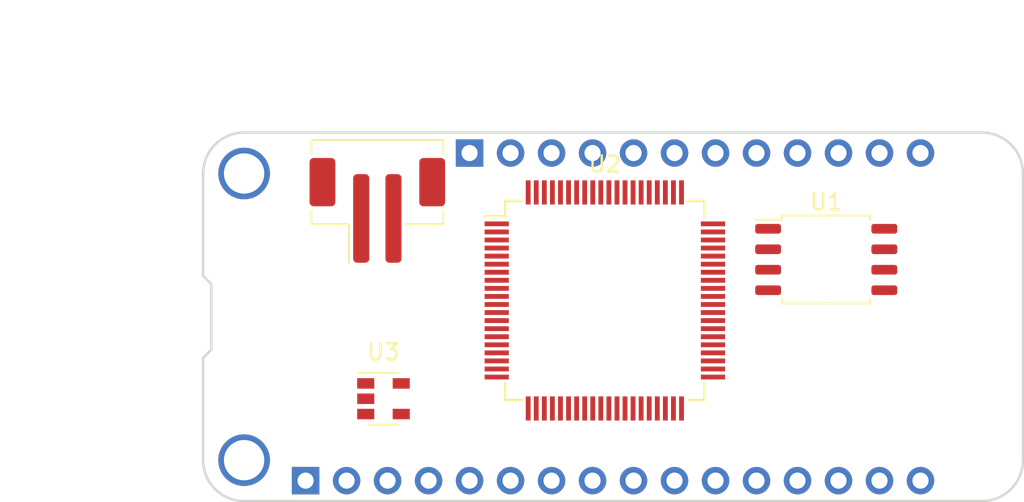
<source format=kicad_pcb>
(kicad_pcb (version 20221018) (generator pcbnew)
  (layers (0 "F.Cu" signal) (31 "B.Cu" signal) (34 "B.Paste" user) (35 "F.Paste" user) (36 "B.SilkS" user "B.Silkscreen") (37 "F.SilkS" user "F.Silkscreen") (38 "B.Mask" user) (39 "F.Mask" user) (44 "Edge.Cuts" user))
  (net 0 "")
  (net 1 "+BATT")
  (net 2 "GND")
  (net 3 "VBUS")
  (net 4 "/MISC")
  (net 5 "/TX")
  (net 6 "/RX")
  (net 7 "/MISO")
  (net 8 "/MOSI")
  (net 9 "/SCK")
  (net 10 "/A5")
  (net 11 "/A4")
  (net 12 "/A3")
  (net 13 "/A2")
  (net 14 "/A1")
  (net 15 "/A0")
  (net 16 "/Aref")
  (net 17 "+3V3")
  (net 18 "/~{RST}")
  (net 19 "/SDA")
  (net 20 "/SCL")
  (net 21 "/GPIO05")
  (net 22 "/GPIO06")
  (net 23 "/GPIO09")
  (net 24 "/GPIO10")
  (net 25 "/GPIO11")
  (net 26 "/GPIO12")
  (net 27 "/GPIO13")
  (net 28 "/EN")
  (net 29 "/FlexSPI_D3_A")
  (net 30 "/FlexSPI_CLK_A")
  (net 31 "/FlexSPI_D0_A")
  (net 32 "/FlexSPI_D2_A")
  (net 33 "/FlexSPI_D1_A")
  (net 34 "/FlexSPI_SS0")
  (net 35 "/DCDC_OUT")
  (net 36 "Net-(U2-Pad76)")
  (net 37 "Net-(U2-Pad75)")
  (net 38 "Net-(U2-Pad74)")
  (net 39 "Net-(U2-Pad73)")
  (net 40 "Net-(U2-Pad72)")
  (net 41 "Net-(U2-Pad70)")
  (net 42 "Net-(U2-Pad62)")
  (net 43 "Net-(U2-Pad61)")
  (net 44 "Net-(U2-Pad60)")
  (net 45 "/CS")
  (net 46 "Net-(U2-Pad46)")
  (net 47 "/SWCLK")
  (net 48 "/SWDIO")
  (net 49 "Net-(U2-Pad43)")
  (net 50 "Net-(C15-Pad1)")
  (net 51 "Net-(C5-Pad2)")
  (net 52 "/XLO")
  (net 53 "/XLI")
  (net 54 "Net-(U2-Pad36)")
  (net 55 "Net-(C13-Pad1)")
  (net 56 "/D+")
  (net 57 "/D-")
  (net 58 "Net-(C11-Pad1)")
  (net 59 "Net-(U2-Pad29)")
  (net 60 "/RTCO")
  (net 61 "/RTCI")
  (net 62 "Net-(C1-Pad1)")
  (net 63 "Net-(C20-Pad2)")
  (net 64 "Net-(U2-Pad24)")
  (net 65 "Net-(U2-Pad22)")
  (net 66 "/ONOFF")
  (net 67 "Net-(C23-Pad1)")
  (net 68 "Net-(U2-Pad13)")
  (net 69 "/GPIO5")
  (net 70 "/GPIO6")
  (net 71 "Net-(U2-Pad5)")
  (net 72 "Net-(U2-Pad4)")
  (net 73 "/GPIO9")
  (net 74 "Net-(U3-Pad5)")
  (net 75 "Net-(U3-Pad4)")
  (net 76 "Net-(U3-Pad3)")
  (net 77 "Net-(U3-Pad2)")
  (net 78 "Net-(U3-Pad1)")
  (footprint "MountingHole:MountingHole_2.5mm_Pad" (layer "F.Cu") (at 129.54 101.6)
    (fp_text reference "REF**" hide)
    (fp_text value "MountingHole_2.5mm_Pad" hide)
    (pad "" thru_hole circle locked (at 0 0) (size 3.2 3.2) (drill 2.5) (layers "*.Cu" "*.Mask"))
  )
  (footprint "MountingHole:MountingHole_2.5mm_Pad" (layer "F.Cu") (at 129.54 83.82)
    (fp_text reference "REF**" hide)
    (fp_text value "MountingHole_2.5mm_Pad" hide)
    (pad "" thru_hole circle locked (at 0 0) (size 3.2 3.2) (drill 2.5) (layers "*.Cu" "*.Mask"))
  )
  (footprint "MountingHole:MountingHole_2.2mm_M2" (layer "F.Cu") (at 175.26 83.185)
    (fp_text reference "REF**" hide)
    (fp_text value "MountingHole_2.2mm_M2" hide)
    (pad "" np_thru_hole circle locked (at 0 0) (size 2.2 2.2) (drill 2.2) (layers "*.Cu" "*.Mask"))
  )
  (footprint "MountingHole:MountingHole_2.2mm_M2" (layer "F.Cu") (at 175.26 102.235)
    (fp_text reference "REF**" hide)
    (fp_text value "MountingHole_2.2mm_M2" hide)
    (pad "" np_thru_hole circle locked (at 0 0) (size 2.2 2.2) (drill 2.2) (layers "*.Cu" "*.Mask"))
  )
  (footprint "Connector_PinSocket_2.54mm:PinSocket_1x16_P2.54mm_Vertical" (layer "F.Cu") (at 133.35 102.87 90)
    (fp_text reference "J3" hide)
    (fp_text value "Conn_Left" hide)
    (pad "1" thru_hole rect (at 0 0 90) (size 1.7 1.7) (drill 1) (layers "*.Cu" "*.Mask") (net 18 "/~{RST}"))
    (pad "2" thru_hole oval (at 0 2.54 90) (size 1.7 1.7) (drill 1) (layers "*.Cu" "*.Mask") (net 17 "+3V3"))
    (pad "3" thru_hole oval (at 0 5.08 90) (size 1.7 1.7) (drill 1) (layers "*.Cu" "*.Mask") (net 16 "/Aref"))
    (pad "4" thru_hole oval (at 0 7.62 90) (size 1.7 1.7) (drill 1) (layers "*.Cu" "*.Mask") (net 2 "GND"))
    (pad "5" thru_hole oval (at 0 10.16 90) (size 1.7 1.7) (drill 1) (layers "*.Cu" "*.Mask") (net 15 "/A0"))
    (pad "6" thru_hole oval (at 0 12.7 90) (size 1.7 1.7) (drill 1) (layers "*.Cu" "*.Mask") (net 14 "/A1"))
    (pad "7" thru_hole oval (at 0 15.24 90) (size 1.7 1.7) (drill 1) (layers "*.Cu" "*.Mask") (net 13 "/A2"))
    (pad "8" thru_hole oval (at 0 17.78 90) (size 1.7 1.7) (drill 1) (layers "*.Cu" "*.Mask") (net 12 "/A3"))
    (pad "9" thru_hole oval (at 0 20.32 90) (size 1.7 1.7) (drill 1) (layers "*.Cu" "*.Mask") (net 11 "/A4"))
    (pad "10" thru_hole oval (at 0 22.86 90) (size 1.7 1.7) (drill 1) (layers "*.Cu" "*.Mask") (net 10 "/A5"))
    (pad "11" thru_hole oval (at 0 25.4 90) (size 1.7 1.7) (drill 1) (layers "*.Cu" "*.Mask") (net 9 "/SCK"))
    (pad "12" thru_hole oval (at 0 27.94 90) (size 1.7 1.7) (drill 1) (layers "*.Cu" "*.Mask") (net 8 "/MOSI"))
    (pad "13" thru_hole oval (at 0 30.48 90) (size 1.7 1.7) (drill 1) (layers "*.Cu" "*.Mask") (net 7 "/MISO"))
    (pad "14" thru_hole oval (at 0 33.02 90) (size 1.7 1.7) (drill 1) (layers "*.Cu" "*.Mask") (net 6 "/RX"))
    (pad "15" thru_hole oval (at 0 35.56 90) (size 1.7 1.7) (drill 1) (layers "*.Cu" "*.Mask") (net 5 "/TX"))
    (pad "16" thru_hole oval (at 0 38.1 90) (size 1.7 1.7) (drill 1) (layers "*.Cu" "*.Mask") (net 4 "/MISC"))
  )
  (footprint "Connector_PinSocket_2.54mm:PinSocket_1x12_P2.54mm_Vertical" (layer "F.Cu") (at 143.51 82.55 90)
    (fp_text reference "J4" hide)
    (fp_text value "Conn_Right" hide)
    (pad "1" thru_hole rect (at 0 0 90) (size 1.7 1.7) (drill 1) (layers "*.Cu" "*.Mask") (net 1 "+BATT"))
    (pad "2" thru_hole oval (at 0 2.54 90) (size 1.7 1.7) (drill 1) (layers "*.Cu" "*.Mask") (net 28 "/EN"))
    (pad "3" thru_hole oval (at 0 5.08 90) (size 1.7 1.7) (drill 1) (layers "*.Cu" "*.Mask") (net 3 "VBUS"))
    (pad "4" thru_hole oval (at 0 7.62 90) (size 1.7 1.7) (drill 1) (layers "*.Cu" "*.Mask") (net 27 "/GPIO13"))
    (pad "5" thru_hole oval (at 0 10.16 90) (size 1.7 1.7) (drill 1) (layers "*.Cu" "*.Mask") (net 26 "/GPIO12"))
    (pad "6" thru_hole oval (at 0 12.7 90) (size 1.7 1.7) (drill 1) (layers "*.Cu" "*.Mask") (net 25 "/GPIO11"))
    (pad "7" thru_hole oval (at 0 15.24 90) (size 1.7 1.7) (drill 1) (layers "*.Cu" "*.Mask") (net 24 "/GPIO10"))
    (pad "8" thru_hole oval (at 0 17.78 90) (size 1.7 1.7) (drill 1) (layers "*.Cu" "*.Mask") (net 23 "/GPIO09"))
    (pad "9" thru_hole oval (at 0 20.32 90) (size 1.7 1.7) (drill 1) (layers "*.Cu" "*.Mask") (net 22 "/GPIO06"))
    (pad "10" thru_hole oval (at 0 22.86 90) (size 1.7 1.7) (drill 1) (layers "*.Cu" "*.Mask") (net 21 "/GPIO05"))
    (pad "11" thru_hole oval (at 0 25.4 90) (size 1.7 1.7) (drill 1) (layers "*.Cu" "*.Mask") (net 20 "/SCL"))
    (pad "12" thru_hole oval (at 0 27.94 90) (size 1.7 1.7) (drill 1) (layers "*.Cu" "*.Mask") (net 19 "/SDA"))
  )
  (footprint "Connector_JST:JST_PH_B2B-PH-SM4-TB_1x02-1MP_P2.00mm_Vertical" (layer "F.Cu") (at 137.795 86.106)
    (fp_text reference "J1" hide)
    (fp_text value "Conn_Battery" hide)
    (fp_line (start -4.085 -4.36) (end 4.085 -4.36) (stroke (width 0.12)) (layer "F.SilkS"))
    (fp_line (start -4.085 -3.51) (end -4.085 -4.36) (stroke (width 0.12)) (layer "F.SilkS"))
    (fp_line (start -4.085 0.01) (end -4.085 0.86) (stroke (width 0.12)) (layer "F.SilkS"))
    (fp_line (start -4.085 0.86) (end -1.76 0.86) (stroke (width 0.12)) (layer "F.SilkS"))
    (fp_line (start -1.76 0.86) (end -1.76 3.25) (stroke (width 0.12)) (layer "F.SilkS"))
    (fp_line (start 4.085 -4.36) (end 4.085 -3.51) (stroke (width 0.12)) (layer "F.SilkS"))
    (fp_line (start 4.085 0.01) (end 4.085 0.86) (stroke (width 0.12)) (layer "F.SilkS"))
    (fp_line (start 4.085 0.86) (end 1.76 0.86) (stroke (width 0.12)) (layer "F.SilkS"))
    (pad "1" smd roundrect (at -1 0.5) (size 1 5.5) (layers "F.Cu" "F.Paste" "F.Mask") (net 2 "GND"))
    (pad "2" smd roundrect (at 1 0.5) (size 1 5.5) (layers "F.Cu" "F.Paste" "F.Mask") (net 1 "+BATT"))
    (pad "MP" smd roundrect (at -3.4 -1.75) (size 1.6 3) (layers "F.Cu" "F.Paste" "F.Mask") (roundrect_rratio 0.15625))
    (pad "MP" smd roundrect (at 3.4 -1.75) (size 1.6 3) (layers "F.Cu" "F.Paste" "F.Mask") (roundrect_rratio 0.15625))
  )
  (footprint "Package_SO:SOIC-8_5.23x5.23mm_P1.27mm" (layer "F.Cu") (at 165.608 89.154)
    (fp_text reference "U1" (at 0 -3.56) (layer "F.SilkS"))
    (fp_text value "W25Q128JVS")
    (fp_line (start -2.725 -2.725) (end -2.725 -2.465) (stroke (width 0.12)) (layer "F.SilkS"))
    (fp_line (start -2.725 -2.465) (end -4.4 -2.465) (stroke (width 0.12)) (layer "F.SilkS"))
    (fp_line (start -2.725 2.725) (end -2.725 2.465) (stroke (width 0.12)) (layer "F.SilkS"))
    (fp_line (start 0 -2.725) (end -2.725 -2.725) (stroke (width 0.12)) (layer "F.SilkS"))
    (fp_line (start 0 -2.725) (end 2.725 -2.725) (stroke (width 0.12)) (layer "F.SilkS"))
    (fp_line (start 0 2.725) (end -2.725 2.725) (stroke (width 0.12)) (layer "F.SilkS"))
    (fp_line (start 0 2.725) (end 2.725 2.725) (stroke (width 0.12)) (layer "F.SilkS"))
    (fp_line (start 2.725 -2.725) (end 2.725 -2.465) (stroke (width 0.12)) (layer "F.SilkS"))
    (fp_line (start 2.725 2.725) (end 2.725 2.465) (stroke (width 0.12)) (layer "F.SilkS"))
    (pad "1" smd roundrect (at -3.6 -1.905) (size 1.6 0.6) (layers "F.Cu" "F.Paste" "F.Mask") (net 34 "/FlexSPI_SS0"))
    (pad "2" smd roundrect (at -3.6 -0.635) (size 1.6 0.6) (layers "F.Cu" "F.Paste" "F.Mask") (net 33 "/FlexSPI_D1_A"))
    (pad "3" smd roundrect (at -3.6 0.635) (size 1.6 0.6) (layers "F.Cu" "F.Paste" "F.Mask") (net 32 "/FlexSPI_D2_A"))
    (pad "4" smd roundrect (at -3.6 1.905) (size 1.6 0.6) (layers "F.Cu" "F.Paste" "F.Mask") (net 2 "GND"))
    (pad "5" smd roundrect (at 3.6 1.905) (size 1.6 0.6) (layers "F.Cu" "F.Paste" "F.Mask") (net 31 "/FlexSPI_D0_A"))
    (pad "6" smd roundrect (at 3.6 0.635) (size 1.6 0.6) (layers "F.Cu" "F.Paste" "F.Mask") (net 30 "/FlexSPI_CLK_A"))
    (pad "7" smd roundrect (at 3.6 -0.635) (size 1.6 0.6) (layers "F.Cu" "F.Paste" "F.Mask") (net 29 "/FlexSPI_D3_A"))
    (pad "8" smd roundrect (at 3.6 -1.905) (size 1.6 0.6) (layers "F.Cu" "F.Paste" "F.Mask") (net 17 "+3V3"))
  )
  (footprint "Package_QFP:TQFP-80_12x12mm_P0.5mm" (layer "F.Cu") (at 151.892 91.694)
    (fp_text reference "U2" (at 0 -8.45) (layer "F.SilkS"))
    (fp_text value "MIMXRT1011DAE5A")
    (fp_line (start -6.175 -6.175) (end -6.175 -5.225) (stroke (width 0.15)) (layer "F.SilkS"))
    (fp_line (start -6.175 -6.175) (end -5.125 -6.175) (stroke (width 0.15)) (layer "F.SilkS"))
    (fp_line (start -6.175 -5.225) (end -7.45 -5.225) (stroke (width 0.15)) (layer "F.SilkS"))
    (fp_line (start -6.175 6.175) (end -6.175 5.125) (stroke (width 0.15)) (layer "F.SilkS"))
    (fp_line (start -6.175 6.175) (end -5.125 6.175) (stroke (width 0.15)) (layer "F.SilkS"))
    (fp_line (start 6.175 -6.175) (end 5.125 -6.175) (stroke (width 0.15)) (layer "F.SilkS"))
    (fp_line (start 6.175 -6.175) (end 6.175 -5.125) (stroke (width 0.15)) (layer "F.SilkS"))
    (fp_line (start 6.175 6.175) (end 5.125 6.175) (stroke (width 0.15)) (layer "F.SilkS"))
    (fp_line (start 6.175 6.175) (end 6.175 5.125) (stroke (width 0.15)) (layer "F.SilkS"))
    (pad "1" smd rect (at -6.7 -4.75) (size 1.5 0.3) (layers "F.Cu" "F.Paste" "F.Mask") (net 25 "/GPIO11"))
    (pad "2" smd rect (at -6.7 -4.25) (size 1.5 0.3) (layers "F.Cu" "F.Paste" "F.Mask") (net 24 "/GPIO10"))
    (pad "3" smd rect (at -6.7 -3.75) (size 1.5 0.3) (layers "F.Cu" "F.Paste" "F.Mask") (net 73 "/GPIO9"))
    (pad "4" smd rect (at -6.7 -3.25) (size 1.5 0.3) (layers "F.Cu" "F.Paste" "F.Mask") (net 72 "Net-(U2-Pad4)"))
    (pad "5" smd rect (at -6.7 -2.75) (size 1.5 0.3) (layers "F.Cu" "F.Paste" "F.Mask") (net 71 "Net-(U2-Pad5)"))
    (pad "6" smd rect (at -6.7 -2.25) (size 1.5 0.3) (layers "F.Cu" "F.Paste" "F.Mask") (net 70 "/GPIO6"))
    (pad "7" smd rect (at -6.7 -1.75) (size 1.5 0.3) (layers "F.Cu" "F.Paste" "F.Mask") (net 17 "+3V3"))
    (pad "8" smd rect (at -6.7 -1.25) (size 1.5 0.3) (layers "F.Cu" "F.Paste" "F.Mask") (net 69 "/GPIO5"))
    (pad "9" smd rect (at -6.7 -0.75) (size 1.5 0.3) (layers "F.Cu" "F.Paste" "F.Mask") (net 5 "/TX"))
    (pad "10" smd rect (at -6.7 -0.25) (size 1.5 0.3) (layers "F.Cu" "F.Paste" "F.Mask") (net 6 "/RX"))
    (pad "11" smd rect (at -6.7 0.25) (size 1.5 0.3) (layers "F.Cu" "F.Paste" "F.Mask") (net 20 "/SCL"))
    (pad "12" smd rect (at -6.7 0.75) (size 1.5 0.3) (layers "F.Cu" "F.Paste" "F.Mask") (net 19 "/SDA"))
    (pad "13" smd rect (at -6.7 1.25) (size 1.5 0.3) (layers "F.Cu" "F.Paste" "F.Mask") (net 68 "Net-(U2-Pad13)"))
    (pad "14" smd rect (at -6.7 1.75) (size 1.5 0.3) (layers "F.Cu" "F.Paste" "F.Mask") (net 35 "/DCDC_OUT"))
    (pad "15" smd rect (at -6.7 2.25) (size 1.5 0.3) (layers "F.Cu" "F.Paste" "F.Mask") (net 67 "Net-(C23-Pad1)"))
    (pad "16" smd rect (at -6.7 2.75) (size 1.5 0.3) (layers "F.Cu" "F.Paste" "F.Mask") (net 2 "GND"))
    (pad "17" smd rect (at -6.7 3.25) (size 1.5 0.3) (layers "F.Cu" "F.Paste" "F.Mask") (net 17 "+3V3"))
    (pad "18" smd rect (at -6.7 3.75) (size 1.5 0.3) (layers "F.Cu" "F.Paste" "F.Mask") (net 17 "+3V3"))
    (pad "19" smd rect (at -6.7 4.25) (size 1.5 0.3) (layers "F.Cu" "F.Paste" "F.Mask") (net 67 "Net-(C23-Pad1)"))
    (pad "20" smd rect (at -6.7 4.75) (size 1.5 0.3) (layers "F.Cu" "F.Paste" "F.Mask") (net 2 "GND"))
    (pad "21" smd rect (at -4.75 6.7 90) (size 1.5 0.3) (layers "F.Cu" "F.Paste" "F.Mask") (net 66 "/ONOFF"))
    (pad "22" smd rect (at -4.25 6.7 90) (size 1.5 0.3) (layers "F.Cu" "F.Paste" "F.Mask") (net 65 "Net-(U2-Pad22)"))
    (pad "23" smd rect (at -3.75 6.7 90) (size 1.5 0.3) (layers "F.Cu" "F.Paste" "F.Mask") (net 2 "GND"))
    (pad "24" smd rect (at -3.25 6.7 90) (size 1.5 0.3) (layers "F.Cu" "F.Paste" "F.Mask") (net 64 "Net-(U2-Pad24)"))
    (pad "25" smd rect (at -2.75 6.7 90) (size 1.5 0.3) (layers "F.Cu" "F.Paste" "F.Mask") (net 63 "Net-(C20-Pad2)"))
    (pad "26" smd rect (at -2.25 6.7 90) (size 1.5 0.3) (layers "F.Cu" "F.Paste" "F.Mask") (net 62 "Net-(C1-Pad1)"))
    (pad "27" smd rect (at -1.75 6.7 90) (size 1.5 0.3) (layers "F.Cu" "F.Paste" "F.Mask") (net 61 "/RTCI"))
    (pad "28" smd rect (at -1.25 6.7 90) (size 1.5 0.3) (layers "F.Cu" "F.Paste" "F.Mask") (net 60 "/RTCO"))
    (pad "29" smd rect (at -0.75 6.7 90) (size 1.5 0.3) (layers "F.Cu" "F.Paste" "F.Mask") (net 59 "Net-(U2-Pad29)"))
    (pad "30" smd rect (at -0.25 6.7 90) (size 1.5 0.3) (layers "F.Cu" "F.Paste" "F.Mask") (net 2 "GND"))
    (pad "31" smd rect (at 0.25 6.7 90) (size 1.5 0.3) (layers "F.Cu" "F.Paste" "F.Mask") (net 58 "Net-(C11-Pad1)"))
    (pad "32" smd rect (at 0.75 6.7 90) (size 1.5 0.3) (layers "F.Cu" "F.Paste" "F.Mask") (net 57 "/D-"))
    (pad "33" smd rect (at 1.25 6.7 90) (size 1.5 0.3) (layers "F.Cu" "F.Paste" "F.Mask") (net 56 "/D+"))
    (pad "34" smd rect (at 1.75 6.7 90) (size 1.5 0.3) (layers "F.Cu" "F.Paste" "F.Mask") (net 2 "GND"))
    (pad "35" smd rect (at 2.25 6.7 90) (size 1.5 0.3) (layers "F.Cu" "F.Paste" "F.Mask") (net 55 "Net-(C13-Pad1)"))
    (pad "36" smd rect (at 2.75 6.7 90) (size 1.5 0.3) (layers "F.Cu" "F.Paste" "F.Mask") (net 54 "Net-(U2-Pad36)"))
    (pad "37" smd rect (at 3.25 6.7 90) (size 1.5 0.3) (layers "F.Cu" "F.Paste" "F.Mask") (net 53 "/XLI"))
    (pad "38" smd rect (at 3.75 6.7 90) (size 1.5 0.3) (layers "F.Cu" "F.Paste" "F.Mask") (net 52 "/XLO"))
    (pad "39" smd rect (at 4.25 6.7 90) (size 1.5 0.3) (layers "F.Cu" "F.Paste" "F.Mask") (net 51 "Net-(C5-Pad2)"))
    (pad "40" smd rect (at 4.75 6.7 90) (size 1.5 0.3) (layers "F.Cu" "F.Paste" "F.Mask") (net 50 "Net-(C15-Pad1)"))
    (pad "41" smd rect (at 6.7 4.75) (size 1.5 0.3) (layers "F.Cu" "F.Paste" "F.Mask") (net 2 "GND"))
    (pad "42" smd rect (at 6.7 4.25) (size 1.5 0.3) (layers "F.Cu" "F.Paste" "F.Mask") (net 17 "+3V3"))
    (pad "43" smd rect (at 6.7 3.75) (size 1.5 0.3) (layers "F.Cu" "F.Paste" "F.Mask") (net 49 "Net-(U2-Pad43)"))
    (pad "44" smd rect (at 6.7 3.25) (size 1.5 0.3) (layers "F.Cu" "F.Paste" "F.Mask") (net 48 "/SWDIO"))
    (pad "45" smd rect (at 6.7 2.75) (size 1.5 0.3) (layers "F.Cu" "F.Paste" "F.Mask") (net 47 "/SWCLK"))
    (pad "46" smd rect (at 6.7 2.25) (size 1.5 0.3) (layers "F.Cu" "F.Paste" "F.Mask") (net 46 "Net-(U2-Pad46)"))
    (pad "47" smd rect (at 6.7 1.75) (size 1.5 0.3) (layers "F.Cu" "F.Paste" "F.Mask") (net 10 "/A5"))
    (pad "48" smd rect (at 6.7 1.25) (size 1.5 0.3) (layers "F.Cu" "F.Paste" "F.Mask") (net 11 "/A4"))
    (pad "49" smd rect (at 6.7 0.75) (size 1.5 0.3) (layers "F.Cu" "F.Paste" "F.Mask") (net 12 "/A3"))
    (pad "50" smd rect (at 6.7 0.25) (size 1.5 0.3) (layers "F.Cu" "F.Paste" "F.Mask") (net 17 "+3V3"))
    (pad "51" smd rect (at 6.7 -0.25) (size 1.5 0.3) (layers "F.Cu" "F.Paste" "F.Mask") (net 13 "/A2"))
    (pad "52" smd rect (at 6.7 -0.75) (size 1.5 0.3) (layers "F.Cu" "F.Paste" "F.Mask") (net 14 "/A1"))
    (pad "53" smd rect (at 6.7 -1.25) (size 1.5 0.3) (layers "F.Cu" "F.Paste" "F.Mask") (net 35 "/DCDC_OUT"))
    (pad "54" smd rect (at 6.7 -1.75) (size 1.5 0.3) (layers "F.Cu" "F.Paste" "F.Mask") (net 2 "GND"))
    (pad "55" smd rect (at 6.7 -2.25) (size 1.5 0.3) (layers "F.Cu" "F.Paste" "F.Mask") (net 9 "/SCK"))
    (pad "56" smd rect (at 6.7 -2.75) (size 1.5 0.3) (layers "F.Cu" "F.Paste" "F.Mask") (net 45 "/CS"))
    (pad "57" smd rect (at 6.7 -3.25) (size 1.5 0.3) (layers "F.Cu" "F.Paste" "F.Mask") (net 8 "/MOSI"))
    (pad "58" smd rect (at 6.7 -3.75) (size 1.5 0.3) (layers "F.Cu" "F.Paste" "F.Mask") (net 7 "/MISO"))
    (pad "59" smd rect (at 6.7 -4.25) (size 1.5 0.3) (layers "F.Cu" "F.Paste" "F.Mask") (net 15 "/A0"))
    (pad "60" smd rect (at 6.7 -4.75) (size 1.5 0.3) (layers "F.Cu" "F.Paste" "F.Mask") (net 44 "Net-(U2-Pad60)"))
    (pad "61" smd rect (at 4.75 -6.7 90) (size 1.5 0.3) (layers "F.Cu" "F.Paste" "F.Mask") (net 43 "Net-(U2-Pad61)"))
    (pad "62" smd rect (at 4.25 -6.7 90) (size 1.5 0.3) (layers "F.Cu" "F.Paste" "F.Mask") (net 42 "Net-(U2-Pad62)"))
    (pad "63" smd rect (at 3.75 -6.7 90) (size 1.5 0.3) (layers "F.Cu" "F.Paste" "F.Mask") (net 17 "+3V3"))
    (pad "64" smd rect (at 3.25 -6.7 90) (size 1.5 0.3) (layers "F.Cu" "F.Paste" "F.Mask") (net 29 "/FlexSPI_D3_A"))
    (pad "65" smd rect (at 2.75 -6.7 90) (size 1.5 0.3) (layers "F.Cu" "F.Paste" "F.Mask") (net 30 "/FlexSPI_CLK_A"))
    (pad "66" smd rect (at 2.25 -6.7 90) (size 1.5 0.3) (layers "F.Cu" "F.Paste" "F.Mask") (net 31 "/FlexSPI_D0_A"))
    (pad "67" smd rect (at 1.75 -6.7 90) (size 1.5 0.3) (layers "F.Cu" "F.Paste" "F.Mask") (net 32 "/FlexSPI_D2_A"))
    (pad "68" smd rect (at 1.25 -6.7 90) (size 1.5 0.3) (layers "F.Cu" "F.Paste" "F.Mask") (net 33 "/FlexSPI_D1_A"))
    (pad "69" smd rect (at 0.75 -6.7 90) (size 1.5 0.3) (layers "F.Cu" "F.Paste" "F.Mask") (net 34 "/FlexSPI_SS0"))
    (pad "70" smd rect (at 0.25 -6.7 90) (size 1.5 0.3) (layers "F.Cu" "F.Paste" "F.Mask") (net 41 "Net-(U2-Pad70)"))
    (pad "71" smd rect (at -0.25 -6.7 90) (size 1.5 0.3) (layers "F.Cu" "F.Paste" "F.Mask") (net 17 "+3V3"))
    (pad "72" smd rect (at -0.75 -6.7 90) (size 1.5 0.3) (layers "F.Cu" "F.Paste" "F.Mask") (net 40 "Net-(U2-Pad72)"))
    (pad "73" smd rect (at -1.25 -6.7 90) (size 1.5 0.3) (layers "F.Cu" "F.Paste" "F.Mask") (net 39 "Net-(U2-Pad73)"))
    (pad "74" smd rect (at -1.75 -6.7 90) (size 1.5 0.3) (layers "F.Cu" "F.Paste" "F.Mask") (net 38 "Net-(U2-Pad74)"))
    (pad "75" smd rect (at -2.25 -6.7 90) (size 1.5 0.3) (layers "F.Cu" "F.Paste" "F.Mask") (net 37 "Net-(U2-Pad75)"))
    (pad "76" smd rect (at -2.75 -6.7 90) (size 1.5 0.3) (layers "F.Cu" "F.Paste" "F.Mask") (net 36 "Net-(U2-Pad76)"))
    (pad "77" smd rect (at -3.25 -6.7 90) (size 1.5 0.3) (layers "F.Cu" "F.Paste" "F.Mask") (net 35 "/DCDC_OUT"))
    (pad "78" smd rect (at -3.75 -6.7 90) (size 1.5 0.3) (layers "F.Cu" "F.Paste" "F.Mask") (net 2 "GND"))
    (pad "79" smd rect (at -4.25 -6.7 90) (size 1.5 0.3) (layers "F.Cu" "F.Paste" "F.Mask") (net 27 "/GPIO13"))
    (pad "80" smd rect (at -4.75 -6.7 90) (size 1.5 0.3) (layers "F.Cu" "F.Paste" "F.Mask") (net 26 "/GPIO12"))
  )
  (footprint "Package_TO_SOT_SMD:SOT-23-5" (layer "F.Cu") (at 138.176 97.79)
    (fp_text reference "U3" (at 0 -2.9) (layer "F.SilkS"))
    (fp_text value "AP2112K-3.3")
    (fp_line (start -0.9 1.61) (end 0.9 1.61) (stroke (width 0.12)) (layer "F.SilkS"))
    (fp_line (start 0.9 -1.61) (end -1.55 -1.61) (stroke (width 0.12)) (layer "F.SilkS"))
    (pad "1" smd rect (at -1.1 -0.95) (size 1.06 0.65) (layers "F.Cu" "F.Paste" "F.Mask") (net 78 "Net-(U3-Pad1)"))
    (pad "2" smd rect (at -1.1 0) (size 1.06 0.65) (layers "F.Cu" "F.Paste" "F.Mask") (net 77 "Net-(U3-Pad2)"))
    (pad "3" smd rect (at -1.1 0.95) (size 1.06 0.65) (layers "F.Cu" "F.Paste" "F.Mask") (net 76 "Net-(U3-Pad3)"))
    (pad "4" smd rect (at 1.1 0.95) (size 1.06 0.65) (layers "F.Cu" "F.Paste" "F.Mask") (net 75 "Net-(U3-Pad4)"))
    (pad "5" smd rect (at 1.1 -0.95) (size 1.06 0.65) (layers "F.Cu" "F.Paste" "F.Mask") (net 74 "Net-(U3-Pad5)"))
  )
  (gr_line (start 129.54 104.14) (end 175.26 104.14) (stroke (width 0.15)) (layer "Edge.Cuts"))
  (gr_arc (start 175.26 81.28) (mid 177.056051 82.023949) (end 177.8 83.82) (stroke (width 0.15)) (layer "Edge.Cuts"))
  (gr_line (start 175.26 81.28) (end 129.54 81.28) (stroke (width 0.15)) (layer "Edge.Cuts"))
  (gr_arc (start 177.8 101.6) (mid 177.056051 103.396051) (end 175.26 104.14) (stroke (width 0.15)) (layer "Edge.Cuts"))
  (gr_arc (start 127 83.82) (mid 127.743949 82.023949) (end 129.54 81.28) (stroke (width 0.15)) (layer "Edge.Cuts"))
  (gr_line (start 127 83.82) (end 127 90.17) (stroke (width 0.15)) (layer "Edge.Cuts"))
  (gr_line (start 127 90.17) (end 127.508 90.678) (stroke (width 0.15)) (layer "Edge.Cuts"))
  (gr_line (start 127.508 90.678) (end 127.508 94.742) (stroke (width 0.15)) (layer "Edge.Cuts"))
  (gr_line (start 127.508 94.742) (end 127 95.25) (stroke (width 0.15)) (layer "Edge.Cuts"))
  (gr_line (start 127 95.25) (end 127 101.6) (stroke (width 0.15)) (layer "Edge.Cuts"))
  (gr_arc (start 129.54 104.14) (mid 127.743949 103.396051) (end 127 101.6) (stroke (width 0.15)) (layer "Edge.Cuts"))
  (gr_line (start 177.8 101.6) (end 177.8 83.82) (stroke (width 0.15)) (layer "Edge.Cuts"))
)
</source>
